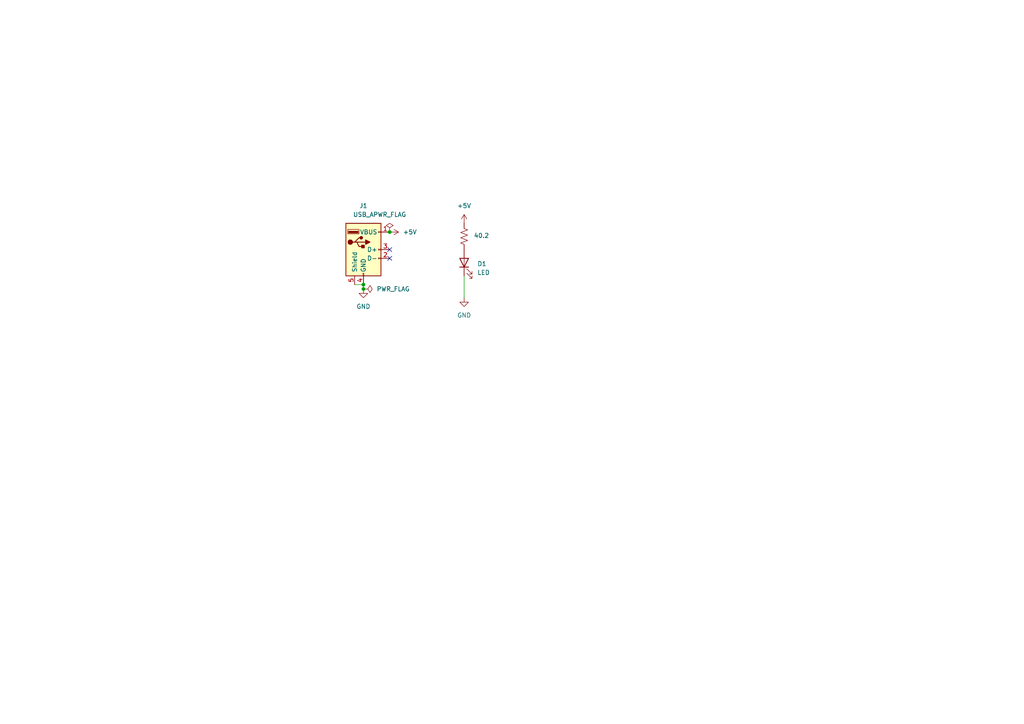
<source format=kicad_sch>
(kicad_sch (version 20250114) (generator "eeschema") (generator_version "9.0")
  (paper "A4")
  (lib_symbols
    (symbol "Connector:USB_A" (pin_names (offset 1.016))
      (property "Reference" "J" (at -5.08 11.43 0))
      (property "Value" "USB_A" (at -5.08 8.89 0))
      (symbol "USB_A_0_1"
        (rectangle (start -5.08 -7.62) (end 5.08 7.62) (stroke (width 0.254)) (fill (type background)))
        (circle (center -3.81 2.159) (radius 0.635) (stroke (width 0.254)) (fill (type outline)))
        (polyline (pts (xy -3.175 2.159) (xy -2.54 2.159) (xy -1.27 3.429) (xy -0.635 3.429)) (stroke (width 0.254)))
        (polyline (pts (xy -2.54 2.159) (xy -1.905 2.159) (xy -1.27 0.889) (xy 0 0.889)) (stroke (width 0.254)))
        (rectangle (start -1.524 4.826) (end -4.318 5.334) (fill (type outline)))
        (rectangle (start -1.27 4.572) (end -4.572 5.842))
        (circle (center -0.635 3.429) (radius 0.381) (stroke (width 0.254)) (fill (type outline)))
        (rectangle (start -0.127 -7.62) (end 0.127 -6.858))
        (rectangle (start 0.254 1.27) (end -0.508 0.508) (stroke (width 0.254)) (fill (type outline)))
        (polyline (pts (xy 0.635 2.794) (xy 0.635 1.524) (xy 1.905 2.159) (xy 0.635 2.794)) (stroke (width 0.254)) (fill (type outline)))
        (rectangle (start 5.08 4.953) (end 4.318 5.207))
        (rectangle (start 5.08 -0.127) (end 4.318 0.127))
        (rectangle (start 5.08 -2.667) (end 4.318 -2.413))
      )
      (symbol "USB_A_1_1"
        (polyline (pts (xy -1.905 2.159) (xy 0.635 2.159)) (stroke (width 0.254)))
        (pin passive line (at -2.54 -10.16 90) (length 2.54) (name "Shield") (number "5"))
        (pin power_in line (at 0 -10.16 90) (length 2.54) (name "GND") (number "4"))
        (pin power_in line (at 7.62 5.08 180) (length 2.54) (name "VBUS") (number "1"))
        (pin bidirectional line (at 7.62 0 180) (length 2.54) (name "D+") (number "3"))
        (pin bidirectional line (at 7.62 -2.54 180) (length 2.54) (name "D-") (number "2"))
      )
    )
    (symbol "Device:LED" (pin_numbers (hide yes)) (pin_names (offset 1.016) (hide yes))
      (property "Reference" "D" (at 0 2.54 0))
      (property "Value" "LED" (at 0 -2.54 0))
      (symbol "LED_0_1"
        (polyline (pts (xy -3.048 -0.762) (xy -4.572 -2.286) (xy -3.81 -2.286) (xy -4.572 -2.286) (xy -4.572 -1.524)))
        (polyline (pts (xy -1.778 -0.762) (xy -3.302 -2.286) (xy -2.54 -2.286) (xy -3.302 -2.286) (xy -3.302 -1.524)))
        (polyline (pts (xy -1.27 0) (xy 1.27 0)))
        (polyline (pts (xy -1.27 -1.27) (xy -1.27 1.27)) (stroke (width 0.254)))
        (polyline (pts (xy 1.27 -1.27) (xy 1.27 1.27) (xy -1.27 0) (xy 1.27 -1.27)) (stroke (width 0.254)))
      )
      (symbol "LED_1_1"
        (pin passive line (at -3.81 0 0) (length 2.54) (name "K") (number "1"))
        (pin passive line (at 3.81 0 180) (length 2.54) (name "A") (number "2"))
      )
    )
    (symbol "Device:R_US" (pin_numbers (hide yes)) (pin_names (offset 0))
      (property "Reference" "R" (at 2.54 0 90))
      (property "Value" "R_US" (at -2.54 0 90))
      (symbol "R_US_0_1"
        (polyline (pts (xy 0 2.286) (xy 0 2.54)))
        (polyline (pts (xy 0 2.286) (xy 1.016 1.905) (xy 0 1.524) (xy -1.016 1.143) (xy 0 0.762)))
        (polyline (pts (xy 0 0.762) (xy 1.016 0.381) (xy 0 0) (xy -1.016 -0.381) (xy 0 -0.762)))
        (polyline (pts (xy 0 -0.762) (xy 1.016 -1.143) (xy 0 -1.524) (xy -1.016 -1.905) (xy 0 -2.286)))
        (polyline (pts (xy 0 -2.286) (xy 0 -2.54)))
      )
      (symbol "R_US_1_1"
        (pin passive line (at 0 3.81 270) (length 1.27) (name "~") (number "1"))
        (pin passive line (at 0 -3.81 90) (length 1.27) (name "~") (number "2"))
      )
    )
    (symbol "power:+5V" (power) (pin_numbers (hide yes)) (pin_names (offset 0) (hide yes))
      (property "Value" "+5V" (at 0 3.556 0))
      (symbol "+5V_0_1"
        (polyline (pts (xy -0.762 1.27) (xy 0 2.54)))
        (polyline (pts (xy 0 2.54) (xy 0.762 1.27)))
        (polyline (pts (xy 0 0) (xy 0 2.54)))
      )
      (symbol "+5V_1_1"
        (pin power_in line (at 0 0 90) (length 0) (name "~") (number "1"))
      )
    )
    (symbol "power:GND" (power) (pin_numbers (hide yes)) (pin_names (offset 0) (hide yes))
      (property "Value" "GND" (at 0 -3.81 0))
      (symbol "GND_0_1"
        (polyline (pts (xy 0 0) (xy 0 -1.27) (xy 1.27 -1.27) (xy 0 -2.54) (xy -1.27 -1.27) (xy 0 -1.27)))
      )
      (symbol "GND_1_1"
        (pin power_in line (at 0 0 270) (length 0) (name "~") (number "1"))
      )
    )
    (symbol "power:PWR_FLAG" (power) (pin_numbers (hide yes)) (pin_names (offset 0) (hide yes))
      (property "Value" "PWR_FLAG" (at 0 3.81 0))
      (symbol "PWR_FLAG_0_0"
        (pin power_out line (at 0 0 90) (length 0) (name "~") (number "1"))
      )
      (symbol "PWR_FLAG_0_1"
        (polyline (pts (xy 0 0) (xy 0 1.27) (xy -1.016 1.905) (xy 0 2.54) (xy 1.016 1.905) (xy 0 1.27)))
      )
    )
  )
  (junction (at 105.41 82.55))
  (junction (at 113.03 67.31))
  (junction (at 105.41 83.82))
  (no_connect (at 113.03 72.39))
  (no_connect (at 113.03 74.93))
  (wire (pts (xy 105.41 83.82) (xy 105.41 82.55)))
  (wire (pts (xy 102.87 82.55) (xy 105.41 82.55)))
  (wire (pts (xy 134.62 80.01) (xy 134.62 86.36)))
  (symbol (lib_id "Connector:USB_A") (at 105.41 72.39 0) (unit 1)
    (property "Reference" "J1" (at 105.41 59.69 0))
    (property "Value" "USB_A" (at 105.41 62.23 0))
    (property "Footprint" "Connector_USB_PCB_Edge:USB_A_PCB_Edge_no_outline" (effects (hide yes)))
    (property "Description" "USB Type A connector" (effects (hide yes)))
  )
  (symbol (lib_id "power:GND") (at 134.62 86.36 0) (unit 1)
    (property "Reference" "#PWR03" (effects (hide yes)))
    (property "Value" "GND" (at 134.62 91.44 0))
    (property "Description" "Power symbol creates a global label with name \"GND\" , ground" (effects (hide yes)))
  )
  (symbol (lib_id "power:PWR_FLAG") (at 113.03 67.31 0) (unit 1)
    (property "Reference" "#FLG03" (effects (hide yes)))
    (property "Value" "PWR_FLAG" (at 113.03 62.23 0))
    (property "Description" "Special symbol for telling ERC where power comes from" (effects (hide yes)))
  )
  (symbol (lib_id "Device:LED") (at 134.62 76.2 90) (unit 1)
    (property "Reference" "D1" (at 138.43 76.5174 90) (effects (justify right)))
    (property "Value" "LED" (at 138.43 79.0574 90) (effects (justify right)))
    (property "Footprint" "Poop:GREEN_LED_LUXEON 3535L_LUL" (effects (hide yes)))
    (property "Datasheet" "https://www.mouser.com/datasheet/3/5912/1/GH_PUSRA2.25_EN.pdf" (effects (hide yes)))
    (property "Description" "GH PUSRA2.25-T4U1-1-1" (effects (hide yes)))
    (property "Sim.Pins" "1=K 2=A" (effects (hide yes)))
    (property "Website" "https://www.mouser.com/ProductDetail/ams-OSRAM/GH-PUSRA2.25-T4U1-1-1?qs=sGAEpiMZZMv0DJfhVcWlK8AiAHwfAGPKdD9bJPzf93gPjjGAY0ddwQ%3D%3D" (effects (hide yes)))
  )
  (symbol (lib_id "power:+5V") (at 113.03 67.31 270) (unit 1)
    (property "Reference" "#PWR01" (effects (hide yes)))
    (property "Value" "+5V" (at 116.84 67.3099 90) (effects (justify left)))
    (property "Description" "Power symbol creates a global label with name \"+5V\"" (effects (hide yes)))
  )
  (symbol (lib_id "Device:R_US") (at 134.62 68.58 0) (unit 1)
    (property "Reference" "R1" (effects (hide yes)))
    (property "Value" "40.2" (at 137.414 68.326 0) (effects (justify left)))
    (property "Footprint" "Poop:40-Ohms-RES_ERJ1GNF40R2C" (effects (hide yes)))
    (property "Description" "Resistor, US symbol" (effects (hide yes)))
  )
  (symbol (lib_id "power:+5V") (at 134.62 64.77 0) (unit 1)
    (property "Reference" "#PWR05" (effects (hide yes)))
    (property "Value" "+5V" (at 134.62 59.69 0))
    (property "Description" "Power symbol creates a global label with name \"+5V\"" (effects (hide yes)))
  )
  (symbol (lib_id "power:PWR_FLAG") (at 105.41 83.82 270) (unit 1)
    (property "Reference" "#FLG01" (effects (hide yes)))
    (property "Value" "PWR_FLAG" (at 109.22 83.8199 90) (effects (justify left)))
    (property "Description" "Special symbol for telling ERC where power comes from" (effects (hide yes)))
  )
  (symbol (lib_id "power:GND") (at 105.41 83.82 0) (unit 1)
    (property "Reference" "#PWR04" (effects (hide yes)))
    (property "Value" "GND" (at 105.41 88.9 0))
    (property "Description" "Power symbol creates a global label with name \"GND\" , ground" (effects (hide yes)))
  )
)
</source>
